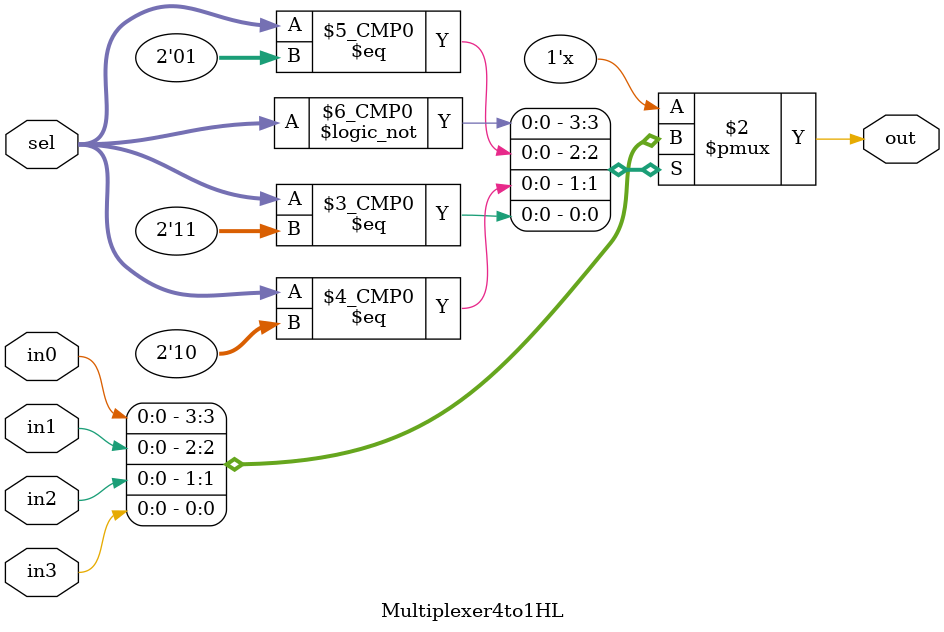
<source format=v>
`timescale 1ns/1ns
module Multiplexer2to1HL(input in0, in1, input sel, output out);
  assign #2  out = sel ? in1 : in0;
endmodule

module Multiplexer4to1HL(input in0, in1, in2, in3, input [1:0] sel, output reg out);
  always @(in0, in1, in2, sel)begin
    #4
    case(sel)
      2'b00: out = in0;
      2'b01: out = in1;
      2'b10: out = in2;
      2'b11: out = in3;
    endcase
  end 
endmodule

</source>
